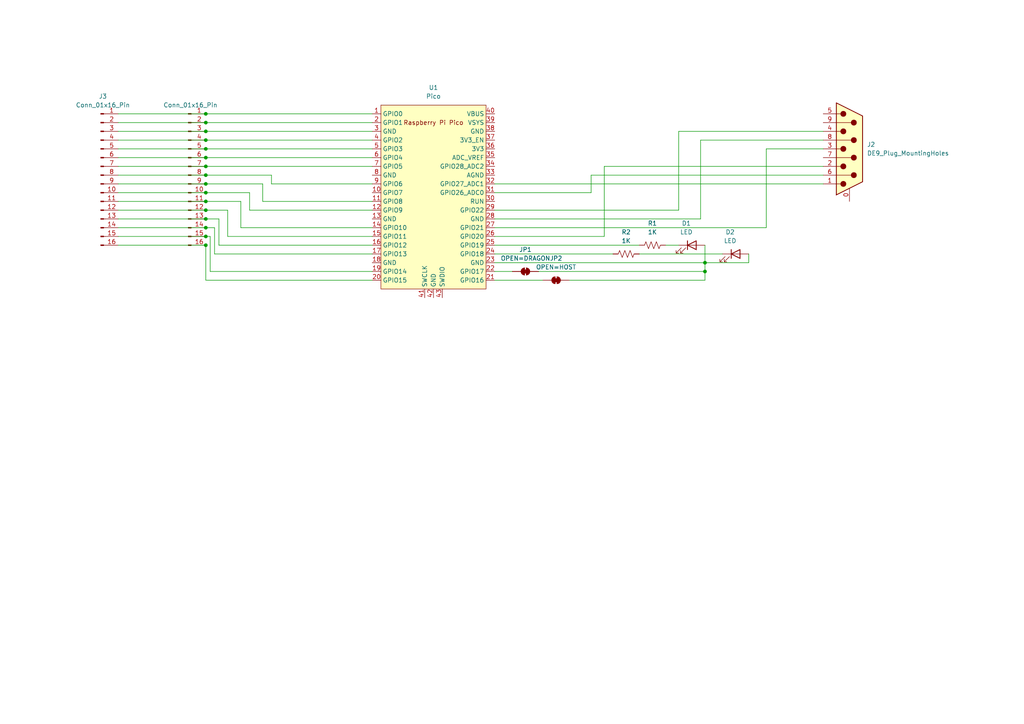
<source format=kicad_sch>
(kicad_sch (version 20250114) (generator "eeschema") (generator_version "9.0")
  (paper "A4")
  (lib_symbols
    (symbol "Connector:Conn_01x16_Pin" (pin_names (offset 1.016) (hide yes))
      (property "Reference" "J" (at 0 20.32 0))
      (property "Value" "Conn_01x16_Pin" (at 0 -22.86 0))
      (symbol "Conn_01x16_Pin_1_1"
        (rectangle (start 0.8636 17.907) (end 0 17.653) (stroke (width 0.1524)) (fill (type outline)))
        (rectangle (start 0.8636 15.367) (end 0 15.113) (stroke (width 0.1524)) (fill (type outline)))
        (rectangle (start 0.8636 12.827) (end 0 12.573) (stroke (width 0.1524)) (fill (type outline)))
        (rectangle (start 0.8636 10.287) (end 0 10.033) (stroke (width 0.1524)) (fill (type outline)))
        (rectangle (start 0.8636 7.747) (end 0 7.493) (stroke (width 0.1524)) (fill (type outline)))
        (rectangle (start 0.8636 5.207) (end 0 4.953) (stroke (width 0.1524)) (fill (type outline)))
        (rectangle (start 0.8636 2.667) (end 0 2.413) (stroke (width 0.1524)) (fill (type outline)))
        (rectangle (start 0.8636 0.127) (end 0 -0.127) (stroke (width 0.1524)) (fill (type outline)))
        (rectangle (start 0.8636 -2.413) (end 0 -2.667) (stroke (width 0.1524)) (fill (type outline)))
        (rectangle (start 0.8636 -4.953) (end 0 -5.207) (stroke (width 0.1524)) (fill (type outline)))
        (rectangle (start 0.8636 -7.493) (end 0 -7.747) (stroke (width 0.1524)) (fill (type outline)))
        (rectangle (start 0.8636 -10.033) (end 0 -10.287) (stroke (width 0.1524)) (fill (type outline)))
        (rectangle (start 0.8636 -12.573) (end 0 -12.827) (stroke (width 0.1524)) (fill (type outline)))
        (rectangle (start 0.8636 -15.113) (end 0 -15.367) (stroke (width 0.1524)) (fill (type outline)))
        (rectangle (start 0.8636 -17.653) (end 0 -17.907) (stroke (width 0.1524)) (fill (type outline)))
        (rectangle (start 0.8636 -20.193) (end 0 -20.447) (stroke (width 0.1524)) (fill (type outline)))
        (polyline (pts (xy 1.27 17.78) (xy 0.8636 17.78)) (stroke (width 0.1524)))
        (polyline (pts (xy 1.27 15.24) (xy 0.8636 15.24)) (stroke (width 0.1524)))
        (polyline (pts (xy 1.27 12.7) (xy 0.8636 12.7)) (stroke (width 0.1524)))
        (polyline (pts (xy 1.27 10.16) (xy 0.8636 10.16)) (stroke (width 0.1524)))
        (polyline (pts (xy 1.27 7.62) (xy 0.8636 7.62)) (stroke (width 0.1524)))
        (polyline (pts (xy 1.27 5.08) (xy 0.8636 5.08)) (stroke (width 0.1524)))
        (polyline (pts (xy 1.27 2.54) (xy 0.8636 2.54)) (stroke (width 0.1524)))
        (polyline (pts (xy 1.27 0) (xy 0.8636 0)) (stroke (width 0.1524)))
        (polyline (pts (xy 1.27 -2.54) (xy 0.8636 -2.54)) (stroke (width 0.1524)))
        (polyline (pts (xy 1.27 -5.08) (xy 0.8636 -5.08)) (stroke (width 0.1524)))
        (polyline (pts (xy 1.27 -7.62) (xy 0.8636 -7.62)) (stroke (width 0.1524)))
        (polyline (pts (xy 1.27 -10.16) (xy 0.8636 -10.16)) (stroke (width 0.1524)))
        (polyline (pts (xy 1.27 -12.7) (xy 0.8636 -12.7)) (stroke (width 0.1524)))
        (polyline (pts (xy 1.27 -15.24) (xy 0.8636 -15.24)) (stroke (width 0.1524)))
        (polyline (pts (xy 1.27 -17.78) (xy 0.8636 -17.78)) (stroke (width 0.1524)))
        (polyline (pts (xy 1.27 -20.32) (xy 0.8636 -20.32)) (stroke (width 0.1524)))
        (pin passive line (at 5.08 17.78 180) (length 3.81) (name "Pin_1") (number "1"))
        (pin passive line (at 5.08 15.24 180) (length 3.81) (name "Pin_2") (number "2"))
        (pin passive line (at 5.08 12.7 180) (length 3.81) (name "Pin_3") (number "3"))
        (pin passive line (at 5.08 10.16 180) (length 3.81) (name "Pin_4") (number "4"))
        (pin passive line (at 5.08 7.62 180) (length 3.81) (name "Pin_5") (number "5"))
        (pin passive line (at 5.08 5.08 180) (length 3.81) (name "Pin_6") (number "6"))
        (pin passive line (at 5.08 2.54 180) (length 3.81) (name "Pin_7") (number "7"))
        (pin passive line (at 5.08 0 180) (length 3.81) (name "Pin_8") (number "8"))
        (pin passive line (at 5.08 -2.54 180) (length 3.81) (name "Pin_9") (number "9"))
        (pin passive line (at 5.08 -5.08 180) (length 3.81) (name "Pin_10") (number "10"))
        (pin passive line (at 5.08 -7.62 180) (length 3.81) (name "Pin_11") (number "11"))
        (pin passive line (at 5.08 -10.16 180) (length 3.81) (name "Pin_12") (number "12"))
        (pin passive line (at 5.08 -12.7 180) (length 3.81) (name "Pin_13") (number "13"))
        (pin passive line (at 5.08 -15.24 180) (length 3.81) (name "Pin_14") (number "14"))
        (pin passive line (at 5.08 -17.78 180) (length 3.81) (name "Pin_15") (number "15"))
        (pin passive line (at 5.08 -20.32 180) (length 3.81) (name "Pin_16") (number "16"))
      )
    )
    (symbol "Connector:DE9_Plug_MountingHoles" (pin_names (offset 1.016) (hide yes))
      (property "Reference" "J" (at 0 16.51 0))
      (property "Value" "DE9_Plug_MountingHoles" (at 0 14.605 0))
      (symbol "DE9_Plug_MountingHoles_0_1"
        (polyline (pts (xy -3.81 10.16) (xy -2.54 10.16)))
        (polyline (pts (xy -3.81 7.62) (xy 0.508 7.62)))
        (polyline (pts (xy -3.81 5.08) (xy -2.54 5.08)))
        (polyline (pts (xy -3.81 2.54) (xy 0.508 2.54)))
        (polyline (pts (xy -3.81 0) (xy -2.54 0)))
        (polyline (pts (xy -3.81 -2.54) (xy 0.508 -2.54)))
        (polyline (pts (xy -3.81 -5.08) (xy -2.54 -5.08)))
        (polyline (pts (xy -3.81 -7.62) (xy 0.508 -7.62)))
        (polyline (pts (xy -3.81 -10.16) (xy -2.54 -10.16)))
        (polyline (pts (xy -3.81 -13.335) (xy -3.81 13.335) (xy 3.81 9.525) (xy 3.81 -9.525) (xy -3.81 -13.335)) (stroke (width 0.254)) (fill (type background)))
        (circle (center -1.778 10.16) (radius 0.762) (fill (type outline)))
        (circle (center -1.778 5.08) (radius 0.762) (fill (type outline)))
        (circle (center -1.778 0) (radius 0.762) (fill (type outline)))
        (circle (center -1.778 -5.08) (radius 0.762) (fill (type outline)))
        (circle (center -1.778 -10.16) (radius 0.762) (fill (type outline)))
        (circle (center 1.27 7.62) (radius 0.762) (fill (type outline)))
        (circle (center 1.27 2.54) (radius 0.762) (fill (type outline)))
        (circle (center 1.27 -2.54) (radius 0.762) (fill (type outline)))
        (circle (center 1.27 -7.62) (radius 0.762) (fill (type outline)))
      )
      (symbol "DE9_Plug_MountingHoles_1_1"
        (pin passive line (at -7.62 10.16 0) (length 3.81) (name "5") (number "5"))
        (pin passive line (at -7.62 7.62 0) (length 3.81) (name "9") (number "9"))
        (pin passive line (at -7.62 5.08 0) (length 3.81) (name "4") (number "4"))
        (pin passive line (at -7.62 2.54 0) (length 3.81) (name "8") (number "8"))
        (pin passive line (at -7.62 0 0) (length 3.81) (name "3") (number "3"))
        (pin passive line (at -7.62 -2.54 0) (length 3.81) (name "7") (number "7"))
        (pin passive line (at -7.62 -5.08 0) (length 3.81) (name "2") (number "2"))
        (pin passive line (at -7.62 -7.62 0) (length 3.81) (name "6") (number "6"))
        (pin passive line (at -7.62 -10.16 0) (length 3.81) (name "1") (number "1"))
        (pin passive line (at 0 -15.24 90) (length 3.81) (name "PAD") (number "0"))
      )
    )
    (symbol "Device:LED" (pin_numbers (hide yes)) (pin_names (offset 1.016) (hide yes))
      (property "Reference" "D" (at 0 2.54 0))
      (property "Value" "LED" (at 0 -2.54 0))
      (symbol "LED_0_1"
        (polyline (pts (xy -3.048 -0.762) (xy -4.572 -2.286) (xy -3.81 -2.286) (xy -4.572 -2.286) (xy -4.572 -1.524)))
        (polyline (pts (xy -1.778 -0.762) (xy -3.302 -2.286) (xy -2.54 -2.286) (xy -3.302 -2.286) (xy -3.302 -1.524)))
        (polyline (pts (xy -1.27 0) (xy 1.27 0)))
        (polyline (pts (xy -1.27 -1.27) (xy -1.27 1.27)) (stroke (width 0.254)))
        (polyline (pts (xy 1.27 -1.27) (xy 1.27 1.27) (xy -1.27 0) (xy 1.27 -1.27)) (stroke (width 0.254)))
      )
      (symbol "LED_1_1"
        (pin passive line (at -3.81 0 0) (length 2.54) (name "K") (number "1"))
        (pin passive line (at 3.81 0 180) (length 2.54) (name "A") (number "2"))
      )
    )
    (symbol "Device:R_US" (pin_numbers (hide yes)) (pin_names (offset 0))
      (property "Reference" "R" (at 2.54 0 90))
      (property "Value" "R_US" (at -2.54 0 90))
      (symbol "R_US_0_1"
        (polyline (pts (xy 0 2.286) (xy 0 2.54)))
        (polyline (pts (xy 0 2.286) (xy 1.016 1.905) (xy 0 1.524) (xy -1.016 1.143) (xy 0 0.762)))
        (polyline (pts (xy 0 0.762) (xy 1.016 0.381) (xy 0 0) (xy -1.016 -0.381) (xy 0 -0.762)))
        (polyline (pts (xy 0 -0.762) (xy 1.016 -1.143) (xy 0 -1.524) (xy -1.016 -1.905) (xy 0 -2.286)))
        (polyline (pts (xy 0 -2.286) (xy 0 -2.54)))
      )
      (symbol "R_US_1_1"
        (pin passive line (at 0 3.81 270) (length 1.27) (name "~") (number "1"))
        (pin passive line (at 0 -3.81 90) (length 1.27) (name "~") (number "2"))
      )
    )
    (symbol "Jumper:SolderJumper_2_Bridged" (pin_numbers (hide yes)) (pin_names (offset 0) (hide yes)) (in_bom no)
      (property "Reference" "JP" (at 0 2.032 0))
      (property "Value" "SolderJumper_2_Bridged" (at 0 -2.54 0))
      (symbol "SolderJumper_2_Bridged_0_1"
        (rectangle (start -0.508 0.508) (end 0.508 -0.508) (fill (type outline)))
        (polyline (pts (xy -0.254 1.016) (xy -0.254 -1.016)))
        (arc (start -0.254 -1.016) (mid -1.2656 0) (end -0.254 1.016))
        (arc (start -0.254 -1.016) (mid -1.2656 0) (end -0.254 1.016) (fill (type outline)))
        (arc (start 0.254 1.016) (mid 1.2656 0) (end 0.254 -1.016))
        (arc (start 0.254 1.016) (mid 1.2656 0) (end 0.254 -1.016) (fill (type outline)))
        (polyline (pts (xy 0.254 1.016) (xy 0.254 -1.016)))
      )
      (symbol "SolderJumper_2_Bridged_1_1"
        (pin passive line (at -3.81 0 0) (length 2.54) (name "A") (number "1"))
        (pin passive line (at 3.81 0 180) (length 2.54) (name "B") (number "2"))
      )
    )
    (symbol "MCU_RaspberryPi_and_Boards:Pico"
      (property "Reference" "U" (at -13.97 27.94 0))
      (property "Value" "Pico" (at 0 19.05 0))
      (symbol "Pico_0_0"
        (text "Raspberry Pi Pico" (at 0 21.59 0) (effects (font (size 1.27 1.27))))
      )
      (symbol "Pico_0_1"
        (rectangle (start -15.24 26.67) (end 15.24 -26.67) (fill (type background)))
      )
      (symbol "Pico_1_1"
        (pin bidirectional line (at -17.78 24.13 0) (length 2.54) (name "GPIO0") (number "1"))
        (pin bidirectional line (at -17.78 21.59 0) (length 2.54) (name "GPIO1") (number "2"))
        (pin power_in line (at -17.78 19.05 0) (length 2.54) (name "GND") (number "3"))
        (pin bidirectional line (at -17.78 16.51 0) (length 2.54) (name "GPIO2") (number "4"))
        (pin bidirectional line (at -17.78 13.97 0) (length 2.54) (name "GPIO3") (number "5"))
        (pin bidirectional line (at -17.78 11.43 0) (length 2.54) (name "GPIO4") (number "6"))
        (pin bidirectional line (at -17.78 8.89 0) (length 2.54) (name "GPIO5") (number "7"))
        (pin power_in line (at -17.78 6.35 0) (length 2.54) (name "GND") (number "8"))
        (pin bidirectional line (at -17.78 3.81 0) (length 2.54) (name "GPIO6") (number "9"))
        (pin bidirectional line (at -17.78 1.27 0) (length 2.54) (name "GPIO7") (number "10"))
        (pin bidirectional line (at -17.78 -1.27 0) (length 2.54) (name "GPIO8") (number "11"))
        (pin bidirectional line (at -17.78 -3.81 0) (length 2.54) (name "GPIO9") (number "12"))
        (pin power_in line (at -17.78 -6.35 0) (length 2.54) (name "GND") (number "13"))
        (pin bidirectional line (at -17.78 -8.89 0) (length 2.54) (name "GPIO10") (number "14"))
        (pin bidirectional line (at -17.78 -11.43 0) (length 2.54) (name "GPIO11") (number "15"))
        (pin bidirectional line (at -17.78 -13.97 0) (length 2.54) (name "GPIO12") (number "16"))
        (pin bidirectional line (at -17.78 -16.51 0) (length 2.54) (name "GPIO13") (number "17"))
        (pin power_in line (at -17.78 -19.05 0) (length 2.54) (name "GND") (number "18"))
        (pin bidirectional line (at -17.78 -21.59 0) (length 2.54) (name "GPIO14") (number "19"))
        (pin bidirectional line (at -17.78 -24.13 0) (length 2.54) (name "GPIO15") (number "20"))
        (pin input line (at -2.54 -29.21 90) (length 2.54) (name "SWCLK") (number "41"))
        (pin power_in line (at 0 -29.21 90) (length 2.54) (name "GND") (number "42"))
        (pin bidirectional line (at 2.54 -29.21 90) (length 2.54) (name "SWDIO") (number "43"))
        (pin power_in line (at 17.78 24.13 180) (length 2.54) (name "VBUS") (number "40"))
        (pin power_in line (at 17.78 21.59 180) (length 2.54) (name "VSYS") (number "39"))
        (pin bidirectional line (at 17.78 19.05 180) (length 2.54) (name "GND") (number "38"))
        (pin input line (at 17.78 16.51 180) (length 2.54) (name "3V3_EN") (number "37"))
        (pin power_in line (at 17.78 13.97 180) (length 2.54) (name "3V3") (number "36"))
        (pin power_in line (at 17.78 11.43 180) (length 2.54) (name "ADC_VREF") (number "35"))
        (pin bidirectional line (at 17.78 8.89 180) (length 2.54) (name "GPIO28_ADC2") (number "34"))
        (pin power_in line (at 17.78 6.35 180) (length 2.54) (name "AGND") (number "33"))
        (pin bidirectional line (at 17.78 3.81 180) (length 2.54) (name "GPIO27_ADC1") (number "32"))
        (pin bidirectional line (at 17.78 1.27 180) (length 2.54) (name "GPIO26_ADC0") (number "31"))
        (pin input line (at 17.78 -1.27 180) (length 2.54) (name "RUN") (number "30"))
        (pin bidirectional line (at 17.78 -3.81 180) (length 2.54) (name "GPIO22") (number "29"))
        (pin power_in line (at 17.78 -6.35 180) (length 2.54) (name "GND") (number "28"))
        (pin bidirectional line (at 17.78 -8.89 180) (length 2.54) (name "GPIO21") (number "27"))
        (pin bidirectional line (at 17.78 -11.43 180) (length 2.54) (name "GPIO20") (number "26"))
        (pin bidirectional line (at 17.78 -13.97 180) (length 2.54) (name "GPIO19") (number "25"))
        (pin bidirectional line (at 17.78 -16.51 180) (length 2.54) (name "GPIO18") (number "24"))
        (pin power_in line (at 17.78 -19.05 180) (length 2.54) (name "GND") (number "23"))
        (pin bidirectional line (at 17.78 -21.59 180) (length 2.54) (name "GPIO17") (number "22"))
        (pin bidirectional line (at 17.78 -24.13 180) (length 2.54) (name "GPIO16") (number "21"))
      )
    )
  )
  (junction (at 59.69 45.72))
  (junction (at 204.47 78.74))
  (junction (at 59.69 55.88))
  (junction (at 59.69 40.64))
  (junction (at 59.69 33.02))
  (junction (at 59.69 63.5))
  (junction (at 59.69 35.56))
  (junction (at 59.69 50.8))
  (junction (at 59.69 60.96))
  (junction (at 59.69 48.26))
  (junction (at 59.69 58.42))
  (junction (at 204.47 76.2))
  (junction (at 59.69 71.12))
  (junction (at 59.69 38.1))
  (junction (at 59.69 43.18))
  (junction (at 59.69 68.58))
  (junction (at 59.69 66.04))
  (junction (at 59.69 53.34))
  (wire (pts (xy 175.26 48.26) (xy 175.26 68.58)))
  (wire (pts (xy 204.47 71.12) (xy 204.47 76.2)))
  (wire (pts (xy 143.51 76.2) (xy 204.47 76.2)))
  (wire (pts (xy 107.95 60.96) (xy 72.39 60.96)))
  (wire (pts (xy 171.45 50.8) (xy 171.45 55.88)))
  (wire (pts (xy 63.5 71.12) (xy 63.5 63.5)))
  (wire (pts (xy 60.96 68.58) (xy 60.96 78.74)))
  (wire (pts (xy 238.76 38.1) (xy 196.85 38.1)))
  (wire (pts (xy 78.74 53.34) (xy 78.74 50.8)))
  (wire (pts (xy 143.51 81.28) (xy 157.48 81.28)))
  (wire (pts (xy 143.51 71.12) (xy 185.42 71.12)))
  (wire (pts (xy 238.76 43.18) (xy 222.25 43.18)))
  (wire (pts (xy 143.51 73.66) (xy 177.8 73.66)))
  (wire (pts (xy 34.29 35.56) (xy 59.69 35.56)))
  (wire (pts (xy 72.39 55.88) (xy 59.69 55.88)))
  (wire (pts (xy 204.47 78.74) (xy 204.47 81.28)))
  (wire (pts (xy 143.51 78.74) (xy 148.59 78.74)))
  (wire (pts (xy 34.29 50.8) (xy 59.69 50.8)))
  (wire (pts (xy 59.69 33.02) (xy 107.95 33.02)))
  (wire (pts (xy 63.5 63.5) (xy 59.69 63.5)))
  (wire (pts (xy 69.85 66.04) (xy 69.85 58.42)))
  (wire (pts (xy 34.29 71.12) (xy 59.69 71.12)))
  (wire (pts (xy 34.29 60.96) (xy 59.69 60.96)))
  (wire (pts (xy 107.95 68.58) (xy 66.04 68.58)))
  (wire (pts (xy 143.51 53.34) (xy 238.76 53.34)))
  (wire (pts (xy 143.51 60.96) (xy 196.85 60.96)))
  (wire (pts (xy 59.69 71.12) (xy 59.69 81.28)))
  (wire (pts (xy 203.2 40.64) (xy 203.2 63.5)))
  (wire (pts (xy 34.29 53.34) (xy 59.69 53.34)))
  (wire (pts (xy 143.51 55.88) (xy 171.45 55.88)))
  (wire (pts (xy 222.25 66.04) (xy 143.51 66.04)))
  (wire (pts (xy 62.23 73.66) (xy 107.95 73.66)))
  (wire (pts (xy 66.04 60.96) (xy 59.69 60.96)))
  (wire (pts (xy 69.85 58.42) (xy 59.69 58.42)))
  (wire (pts (xy 60.96 78.74) (xy 107.95 78.74)))
  (wire (pts (xy 34.29 33.02) (xy 59.69 33.02)))
  (wire (pts (xy 66.04 68.58) (xy 66.04 60.96)))
  (wire (pts (xy 107.95 71.12) (xy 63.5 71.12)))
  (wire (pts (xy 238.76 40.64) (xy 203.2 40.64)))
  (wire (pts (xy 34.29 66.04) (xy 59.69 66.04)))
  (wire (pts (xy 76.2 58.42) (xy 76.2 53.34)))
  (wire (pts (xy 34.29 68.58) (xy 59.69 68.58)))
  (wire (pts (xy 59.69 43.18) (xy 107.95 43.18)))
  (wire (pts (xy 204.47 76.2) (xy 204.47 78.74)))
  (wire (pts (xy 165.1 81.28) (xy 204.47 81.28)))
  (wire (pts (xy 59.69 81.28) (xy 107.95 81.28)))
  (wire (pts (xy 72.39 60.96) (xy 72.39 55.88)))
  (wire (pts (xy 59.69 66.04) (xy 62.23 66.04)))
  (wire (pts (xy 34.29 58.42) (xy 59.69 58.42)))
  (wire (pts (xy 34.29 45.72) (xy 59.69 45.72)))
  (wire (pts (xy 222.25 43.18) (xy 222.25 66.04)))
  (wire (pts (xy 193.04 71.12) (xy 196.85 71.12)))
  (wire (pts (xy 34.29 43.18) (xy 59.69 43.18)))
  (wire (pts (xy 217.17 73.66) (xy 217.17 76.2)))
  (wire (pts (xy 34.29 40.64) (xy 59.69 40.64)))
  (wire (pts (xy 59.69 68.58) (xy 60.96 68.58)))
  (wire (pts (xy 204.47 76.2) (xy 217.17 76.2)))
  (wire (pts (xy 34.29 38.1) (xy 59.69 38.1)))
  (wire (pts (xy 156.21 78.74) (xy 204.47 78.74)))
  (wire (pts (xy 238.76 50.8) (xy 171.45 50.8)))
  (wire (pts (xy 34.29 55.88) (xy 59.69 55.88)))
  (wire (pts (xy 238.76 48.26) (xy 175.26 48.26)))
  (wire (pts (xy 59.69 40.64) (xy 107.95 40.64)))
  (wire (pts (xy 175.26 68.58) (xy 143.51 68.58)))
  (wire (pts (xy 78.74 50.8) (xy 59.69 50.8)))
  (wire (pts (xy 107.95 58.42) (xy 76.2 58.42)))
  (wire (pts (xy 34.29 48.26) (xy 59.69 48.26)))
  (wire (pts (xy 107.95 53.34) (xy 78.74 53.34)))
  (wire (pts (xy 59.69 38.1) (xy 107.95 38.1)))
  (wire (pts (xy 107.95 66.04) (xy 69.85 66.04)))
  (wire (pts (xy 62.23 66.04) (xy 62.23 73.66)))
  (wire (pts (xy 59.69 53.34) (xy 76.2 53.34)))
  (wire (pts (xy 185.42 73.66) (xy 209.55 73.66)))
  (wire (pts (xy 59.69 35.56) (xy 107.95 35.56)))
  (wire (pts (xy 59.69 45.72) (xy 107.95 45.72)))
  (wire (pts (xy 196.85 38.1) (xy 196.85 60.96)))
  (wire (pts (xy 59.69 48.26) (xy 107.95 48.26)))
  (wire (pts (xy 203.2 63.5) (xy 143.51 63.5)))
  (wire (pts (xy 34.29 63.5) (xy 59.69 63.5)))
  (symbol (lib_id "Device:LED") (at 200.66 71.12 0) (unit 1)
    (property "Reference" "D1" (at 199.0725 64.77 0))
    (property "Value" "LED" (at 199.0725 67.31 0))
    (property "Footprint" "LED_THT:LED_D3.0mm" (effects (hide yes)))
    (property "Description" "Light emitting diode" (effects (hide yes)))
    (property "Sim.Pins" "1=K 2=A" (effects (hide yes)))
  )
  (symbol (lib_id "Connector:DE9_Plug_MountingHoles") (at 246.38 43.18 0) (unit 1)
    (property "Reference" "J2" (at 251.46 41.9099 0) (effects (justify left)))
    (property "Value" "DE9_Plug_MountingHoles" (at 251.46 44.4499 0) (effects (justify left)))
    (property "Footprint" "Connector_Dsub:DSUB-9_Pins_Horizontal_P2.77x2.84mm_EdgePinOffset4.94mm_Housed_MountingHolesOffset4.94mm" (effects (hide yes)))
    (property "Description" "9-pin male plug pin D-SUB connector, Mounting Hole" (effects (hide yes)))
  )
  (symbol (lib_id "Device:R_US") (at 181.61 73.66 90) (unit 1)
    (property "Reference" "R2" (at 181.61 67.31 90))
    (property "Value" "1K" (at 181.61 69.85 90))
    (property "Footprint" "Resistor_THT:R_Axial_DIN0207_L6.3mm_D2.5mm_P7.62mm_Horizontal" (effects (hide yes)))
    (property "Description" "Resistor, US symbol" (effects (hide yes)))
  )
  (symbol (lib_id "Device:LED") (at 213.36 73.66 0) (unit 1)
    (property "Reference" "D2" (at 211.7725 67.31 0))
    (property "Value" "LED" (at 211.7725 69.85 0))
    (property "Footprint" "LED_THT:LED_D3.0mm" (effects (hide yes)))
    (property "Description" "Light emitting diode" (effects (hide yes)))
    (property "Sim.Pins" "1=K 2=A" (effects (hide yes)))
  )
  (symbol (lib_id "Device:R_US") (at 189.23 71.12 90) (unit 1)
    (property "Reference" "R1" (at 189.23 64.77 90))
    (property "Value" "1K" (at 189.23 67.31 90))
    (property "Footprint" "Resistor_THT:R_Axial_DIN0207_L6.3mm_D2.5mm_P7.62mm_Horizontal" (effects (hide yes)))
    (property "Description" "Resistor, US symbol" (effects (hide yes)))
  )
  (symbol (lib_id "Jumper:SolderJumper_2_Bridged") (at 161.29 81.28 0) (unit 1) (in_bom no)
    (property "Reference" "JP2" (at 161.29 74.93 0))
    (property "Value" "OPEN=HOST" (at 161.29 77.47 0))
    (property "Footprint" "Jumper:SolderJumper-2_P1.3mm_Open_RoundedPad1.0x1.5mm" (effects (hide yes)))
    (property "Description" "Solder Jumper, 2-pole, closed/bridged" (effects (hide yes)))
  )
  (symbol (lib_id "Jumper:SolderJumper_2_Bridged") (at 152.4 78.74 0) (unit 1) (in_bom no)
    (property "Reference" "JP1" (at 152.4 72.39 0))
    (property "Value" "OPEN=DRAGON" (at 152.4 74.93 0))
    (property "Footprint" "Jumper:SolderJumper-2_P1.3mm_Open_RoundedPad1.0x1.5mm" (effects (hide yes)))
    (property "Description" "Solder Jumper, 2-pole, closed/bridged" (effects (hide yes)))
  )
  (symbol (lib_id "MCU_RaspberryPi_and_Boards:Pico") (at 125.73 57.15 0) (unit 1)
    (property "Reference" "U1" (at 125.73 25.4 0))
    (property "Value" "Pico" (at 125.73 27.94 0))
    (property "Footprint" "Module:RaspberryPi_Pico_Common_SMD" (effects (hide yes)))
  )
  (symbol (lib_id "Connector:Conn_01x16_Pin") (at 54.61 50.8 0) (unit 1)
    (property "Reference" "J1" (effects (hide yes)))
    (property "Value" "Conn_01x16_Pin" (at 55.245 30.48 0))
    (property "Footprint" "Connector_PinHeader_2.54mm:PinHeader_1x16_P2.54mm_Vertical" (effects (hide yes)))
    (property "Description" "Generic connector, single row, 01x16, script generated" (effects (hide yes)))
  )
  (symbol (lib_id "Connector:Conn_01x16_Pin") (at 29.21 50.8 0) (unit 1)
    (property "Reference" "J3" (at 29.845 27.94 0))
    (property "Value" "Conn_01x16_Pin" (at 29.845 30.48 0))
    (property "Footprint" "Connector_PinHeader_2.54mm:PinHeader_1x16_P2.54mm_Vertical" (effects (hide yes)))
    (property "Description" "Generic connector, single row, 01x16, script generated" (effects (hide yes)))
  )
)
</source>
